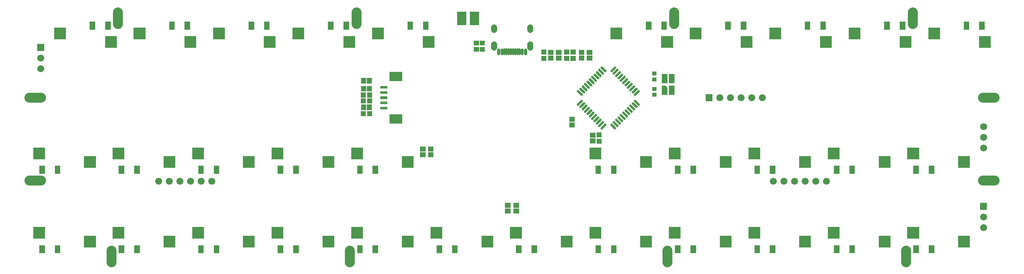
<source format=gbs>
G04 Layer: BottomSolderMaskLayer*
G04 EasyEDA v6.4.25, 2022-01-27T13:57:17+08:00*
G04 c860a57ab6e24c20a85ed983e1d1ab15,3b57db4a37c74da5bb1b5bc11455ab19,10*
G04 Gerber Generator version 0.2*
G04 Scale: 100 percent, Rotated: No, Reflected: No *
G04 Dimensions in inches *
G04 leading zeros omitted , absolute positions ,3 integer and 6 decimal *
%FSLAX36Y36*%
%MOIN*%

%ADD39C,0.0552*%
%ADD40C,0.0946*%
%ADD46C,0.0660*%
%ADD48C,0.0245*%
%ADD49C,0.0316*%
%ADD50C,0.0198*%

%LPD*%
D48*
X620447Y62359D02*
G01*
X653297Y29508D01*
X642717Y84628D02*
G01*
X675567Y51779D01*
X664987Y106898D02*
G01*
X697838Y74048D01*
X687258Y129169D02*
G01*
X720108Y96318D01*
X709528Y151439D02*
G01*
X742377Y118589D01*
X731797Y173708D02*
G01*
X764647Y140859D01*
X754067Y195988D02*
G01*
X786917Y163139D01*
X776337Y218249D02*
G01*
X809187Y185399D01*
X798617Y240529D02*
G01*
X831467Y207678D01*
X820877Y262799D02*
G01*
X853728Y229949D01*
X843157Y285068D02*
G01*
X876008Y252219D01*
X935018Y252219D02*
G01*
X967867Y285068D01*
X957298Y229949D02*
G01*
X990147Y262799D01*
X979557Y207678D02*
G01*
X1012407Y240529D01*
X1001837Y185399D02*
G01*
X1034687Y218249D01*
X1024097Y163139D02*
G01*
X1056947Y195988D01*
X1046377Y140859D02*
G01*
X1079227Y173708D01*
X1068647Y118589D02*
G01*
X1101498Y151439D01*
X1090918Y96318D02*
G01*
X1123768Y129169D01*
X1113188Y74048D02*
G01*
X1146037Y106898D01*
X1135457Y51779D02*
G01*
X1168307Y84628D01*
X1157727Y29508D02*
G01*
X1190577Y62359D01*
X1157727Y-29510D02*
G01*
X1190577Y-62361D01*
X1135457Y-51781D02*
G01*
X1168307Y-84630D01*
X1113188Y-74050D02*
G01*
X1146037Y-106900D01*
X1090918Y-96320D02*
G01*
X1123768Y-129171D01*
X1068647Y-118591D02*
G01*
X1101498Y-151440D01*
X1046377Y-140860D02*
G01*
X1079227Y-173710D01*
X1024097Y-163141D02*
G01*
X1056947Y-195990D01*
X1001837Y-185401D02*
G01*
X1034687Y-218251D01*
X979557Y-207680D02*
G01*
X1012407Y-240531D01*
X957298Y-229940D02*
G01*
X990147Y-262790D01*
X935018Y-252220D02*
G01*
X967867Y-285070D01*
X843157Y-285070D02*
G01*
X876008Y-252220D01*
X820877Y-262790D02*
G01*
X853728Y-229940D01*
X798617Y-240531D02*
G01*
X831467Y-207680D01*
X776337Y-218251D02*
G01*
X809187Y-185401D01*
X754067Y-195990D02*
G01*
X786917Y-163141D01*
X731797Y-173710D02*
G01*
X764647Y-140860D01*
X709528Y-151440D02*
G01*
X742377Y-118591D01*
X687258Y-129171D02*
G01*
X720108Y-96320D01*
X664987Y-106900D02*
G01*
X697838Y-74050D01*
X642717Y-84630D02*
G01*
X675567Y-51781D01*
X620447Y-62361D02*
G01*
X653297Y-29510D01*
D49*
X-125977Y415347D02*
G01*
X-125977Y450779D01*
X-94486Y415347D02*
G01*
X-94486Y450779D01*
D50*
X-68897Y409441D02*
G01*
X-68897Y456685D01*
X-49207Y409441D02*
G01*
X-49207Y456685D01*
X-29526Y409441D02*
G01*
X-29526Y456685D01*
X-9837Y409441D02*
G01*
X-9837Y456685D01*
X9843Y409441D02*
G01*
X9843Y456685D01*
X29533Y409441D02*
G01*
X29533Y456685D01*
X49202Y409441D02*
G01*
X49202Y456685D01*
X68903Y409441D02*
G01*
X68903Y456685D01*
D49*
X94492Y415347D02*
G01*
X94492Y450779D01*
X125982Y415347D02*
G01*
X125982Y450779D01*
D39*
X-170077Y640253D02*
G01*
X-170077Y663874D01*
X170082Y640253D02*
G01*
X170082Y663874D01*
X170082Y471745D02*
G01*
X170082Y503242D01*
X-170077Y471745D02*
G01*
X-170077Y503242D01*
D40*
X-4433069Y3D02*
G01*
X-4543305Y3D01*
X-4433069Y-779526D02*
G01*
X-4543305Y-779526D01*
X4543310Y3D02*
G01*
X4433074Y3D01*
X4543310Y-779526D02*
G01*
X4433074Y-779526D01*
X-3771657Y-1440947D02*
G01*
X-3771657Y-1551183D01*
X-3708657Y803152D02*
G01*
X-3708657Y692916D01*
X-1527557Y-1440947D02*
G01*
X-1527557Y-1551183D01*
X-1464567Y803152D02*
G01*
X-1464567Y692916D01*
X1464562Y-1440947D02*
G01*
X1464562Y-1551183D01*
X1527563Y803152D02*
G01*
X1527563Y692916D01*
X3708662Y-1440947D02*
G01*
X3708662Y-1551183D01*
X3771652Y803152D02*
G01*
X3771652Y692916D01*
G36*
X-1153946Y155484D02*
G01*
X-1153946Y242184D01*
X-1031847Y242184D01*
X-1031847Y155484D01*
G37*
G36*
X-1153946Y-242116D02*
G01*
X-1153946Y-155515D01*
X-1031847Y-155515D01*
X-1031847Y-242116D01*
G37*
G36*
X-1240547Y-110315D02*
G01*
X-1240547Y-86615D01*
X-1173546Y-86615D01*
X-1173546Y-110315D01*
G37*
G36*
X-1240547Y-61015D02*
G01*
X-1240547Y-37415D01*
X-1173546Y-37415D01*
X-1173546Y-61015D01*
G37*
G36*
X-1240547Y-11815D02*
G01*
X-1240547Y11884D01*
X-1173546Y11884D01*
X-1173546Y-11815D01*
G37*
G36*
X-1240547Y37384D02*
G01*
X-1240547Y61084D01*
X-1173546Y61084D01*
X-1173546Y37384D01*
G37*
G36*
X-1240547Y86584D02*
G01*
X-1240547Y110284D01*
X-1173546Y110284D01*
X-1173546Y86584D01*
G37*
G36*
X-1366147Y134384D02*
G01*
X-1366147Y185684D01*
X-1318747Y185684D01*
X-1318747Y134384D01*
G37*
G36*
X-1421247Y134384D02*
G01*
X-1421247Y185684D01*
X-1373847Y185684D01*
X-1373847Y134384D01*
G37*
G36*
X-1366147Y59384D02*
G01*
X-1366147Y110684D01*
X-1318747Y110684D01*
X-1318747Y59384D01*
G37*
G36*
X-1421247Y59384D02*
G01*
X-1421247Y110684D01*
X-1373847Y110684D01*
X-1373847Y59384D01*
G37*
G36*
X-1422147Y-54016D02*
G01*
X-1422147Y-6015D01*
X-1378146Y-6015D01*
X-1378146Y-54016D01*
G37*
G36*
X-1361947Y-54016D02*
G01*
X-1361947Y-6015D01*
X-1317947Y-6015D01*
X-1317947Y-54016D01*
G37*
G36*
X-1361947Y983D02*
G01*
X-1361947Y48984D01*
X-1317947Y48984D01*
X-1317947Y983D01*
G37*
G36*
X-1422147Y983D02*
G01*
X-1422147Y48984D01*
X-1378146Y48984D01*
X-1378146Y983D01*
G37*
G36*
X-1366147Y-115615D02*
G01*
X-1366147Y-64315D01*
X-1318747Y-64315D01*
X-1318747Y-115615D01*
G37*
G36*
X-1421247Y-115615D02*
G01*
X-1421247Y-64315D01*
X-1373847Y-64315D01*
X-1373847Y-115615D01*
G37*
G36*
X-1361947Y-174016D02*
G01*
X-1361947Y-126015D01*
X-1317947Y-126015D01*
X-1317947Y-174016D01*
G37*
G36*
X-1422147Y-174016D02*
G01*
X-1422147Y-126015D01*
X-1378146Y-126015D01*
X-1378146Y-174016D01*
G37*
G36*
X-65646Y-1091215D02*
G01*
X-65646Y-1043915D01*
X-14347Y-1043915D01*
X-14347Y-1091215D01*
G37*
G36*
X-65646Y-1036116D02*
G01*
X-65646Y-988715D01*
X-14347Y-988715D01*
X-14347Y-1036116D01*
G37*
G36*
X14353Y-1091215D02*
G01*
X14353Y-1043915D01*
X65652Y-1043915D01*
X65652Y-1091215D01*
G37*
G36*
X14353Y-1036116D02*
G01*
X14353Y-988715D01*
X65652Y-988715D01*
X65652Y-1036116D01*
G37*
G36*
X-865646Y-561215D02*
G01*
X-865646Y-513915D01*
X-814347Y-513915D01*
X-814347Y-561215D01*
G37*
G36*
X-865646Y-506116D02*
G01*
X-865646Y-458715D01*
X-814347Y-458715D01*
X-814347Y-506116D01*
G37*
G36*
X-790646Y-561215D02*
G01*
X-790646Y-513915D01*
X-739347Y-513915D01*
X-739347Y-561215D01*
G37*
G36*
X-790646Y-506116D02*
G01*
X-790646Y-458715D01*
X-739347Y-458715D01*
X-739347Y-506116D01*
G37*
G36*
X414252Y403883D02*
G01*
X414252Y451183D01*
X465652Y451183D01*
X465652Y403883D01*
G37*
G36*
X414252Y348784D02*
G01*
X414252Y396084D01*
X465652Y396084D01*
X465652Y348784D01*
G37*
G36*
X-359047Y493083D02*
G01*
X-359047Y537083D01*
X-311046Y537083D01*
X-311046Y493083D01*
G37*
G36*
X-359047Y432883D02*
G01*
X-359047Y476884D01*
X-311046Y476884D01*
X-311046Y432883D01*
G37*
G36*
X275952Y408083D02*
G01*
X275952Y452083D01*
X323953Y452083D01*
X323953Y408083D01*
G37*
G36*
X275952Y347883D02*
G01*
X275952Y391884D01*
X323953Y391884D01*
X323953Y347883D01*
G37*
G36*
X-304047Y432883D02*
G01*
X-304047Y476884D01*
X-256046Y476884D01*
X-256046Y432883D01*
G37*
G36*
X-304047Y493083D02*
G01*
X-304047Y537083D01*
X-256046Y537083D01*
X-256046Y493083D01*
G37*
G36*
X1320252Y209783D02*
G01*
X1320252Y245284D01*
X1359753Y245284D01*
X1359753Y209783D01*
G37*
G36*
X1320252Y154684D02*
G01*
X1320252Y190183D01*
X1359753Y190183D01*
X1359753Y154684D01*
G37*
G36*
X1320252Y9684D02*
G01*
X1320252Y45183D01*
X1359753Y45183D01*
X1359753Y9684D01*
G37*
G36*
X1320252Y64783D02*
G01*
X1320252Y100284D01*
X1359753Y100284D01*
X1359753Y64783D01*
G37*
G36*
X1408953Y136784D02*
G01*
X1408953Y223483D01*
X1464152Y223483D01*
X1464152Y136784D01*
G37*
G36*
X1475852Y136784D02*
G01*
X1475852Y223483D01*
X1531053Y223483D01*
X1531053Y136784D01*
G37*
G36*
X1475852Y26484D02*
G01*
X1475852Y113283D01*
X1531053Y113283D01*
X1531053Y26484D01*
G37*
G36*
X1408953Y26484D02*
G01*
X1408953Y113283D01*
X1446053Y113283D01*
X1464152Y95183D01*
X1464152Y26484D01*
G37*
G36*
X550952Y408083D02*
G01*
X550952Y452083D01*
X598953Y452083D01*
X598953Y408083D01*
G37*
G36*
X550952Y347883D02*
G01*
X550952Y391884D01*
X598953Y391884D01*
X598953Y347883D01*
G37*
G36*
X490952Y408083D02*
G01*
X490952Y452083D01*
X538953Y452083D01*
X538953Y408083D01*
G37*
G36*
X490952Y347883D02*
G01*
X490952Y391884D01*
X538953Y391884D01*
X538953Y347883D01*
G37*
G36*
X339353Y403883D02*
G01*
X339353Y451284D01*
X390652Y451284D01*
X390652Y403883D01*
G37*
G36*
X339353Y348784D02*
G01*
X339353Y396084D01*
X390652Y396084D01*
X390652Y348784D01*
G37*
G36*
X629353Y403883D02*
G01*
X629353Y451284D01*
X680652Y451284D01*
X680652Y403883D01*
G37*
G36*
X629353Y348784D02*
G01*
X629353Y396084D01*
X680652Y396084D01*
X680652Y348784D01*
G37*
G36*
X539353Y-281215D02*
G01*
X539353Y-233915D01*
X590652Y-233915D01*
X590652Y-281215D01*
G37*
G36*
X539353Y-226116D02*
G01*
X539353Y-178715D01*
X590652Y-178715D01*
X590652Y-226116D01*
G37*
G36*
X795952Y-371916D02*
G01*
X795952Y-327916D01*
X843953Y-327916D01*
X843953Y-371916D01*
G37*
G36*
X795952Y-432116D02*
G01*
X795952Y-388116D01*
X843953Y-388116D01*
X843953Y-432116D01*
G37*
G36*
X734353Y-431215D02*
G01*
X734353Y-383915D01*
X785652Y-383915D01*
X785652Y-431215D01*
G37*
G36*
X734353Y-376116D02*
G01*
X734353Y-328715D01*
X785652Y-328715D01*
X785652Y-376116D01*
G37*
G36*
X704353Y403883D02*
G01*
X704353Y451284D01*
X755652Y451284D01*
X755652Y403883D01*
G37*
G36*
X704353Y348784D02*
G01*
X704353Y396084D01*
X755652Y396084D01*
X755652Y348784D01*
G37*
G36*
X-3831747Y468483D02*
G01*
X-3831747Y578784D01*
X-3721347Y578784D01*
X-3721347Y468483D01*
G37*
G36*
X-4310147Y551084D02*
G01*
X-4310147Y661484D01*
X-4199747Y661484D01*
X-4199747Y551084D01*
G37*
G36*
X-3976147Y641484D02*
G01*
X-3976147Y716484D01*
X-3924147Y716484D01*
X-3924147Y641484D01*
G37*
G36*
X-3830147Y641484D02*
G01*
X-3830147Y716484D01*
X-3778146Y716484D01*
X-3778146Y641484D01*
G37*
G36*
X-3083747Y468483D02*
G01*
X-3083747Y578784D01*
X-2973347Y578784D01*
X-2973347Y468483D01*
G37*
G36*
X-3562047Y551084D02*
G01*
X-3562047Y661484D01*
X-3451747Y661484D01*
X-3451747Y551084D01*
G37*
G36*
X-3228146Y641484D02*
G01*
X-3228146Y716484D01*
X-3176147Y716484D01*
X-3176147Y641484D01*
G37*
G36*
X-3082147Y641484D02*
G01*
X-3082147Y716484D01*
X-3030147Y716484D01*
X-3030147Y641484D01*
G37*
G36*
X-2335646Y468483D02*
G01*
X-2335646Y578784D01*
X-2225347Y578784D01*
X-2225347Y468483D01*
G37*
G36*
X-2814047Y551084D02*
G01*
X-2814047Y661484D01*
X-2703647Y661484D01*
X-2703647Y551084D01*
G37*
G36*
X-2480147Y641484D02*
G01*
X-2480147Y716484D01*
X-2428146Y716484D01*
X-2428146Y641484D01*
G37*
G36*
X-2334147Y641484D02*
G01*
X-2334147Y716484D01*
X-2282147Y716484D01*
X-2282147Y641484D01*
G37*
G36*
X-1587647Y468483D02*
G01*
X-1587647Y578784D01*
X-1477346Y578784D01*
X-1477346Y468483D01*
G37*
G36*
X-2066046Y551084D02*
G01*
X-2066046Y661484D01*
X-1955646Y661484D01*
X-1955646Y551084D01*
G37*
G36*
X-1732047Y641484D02*
G01*
X-1732047Y716484D01*
X-1680047Y716484D01*
X-1680047Y641484D01*
G37*
G36*
X-1586046Y641484D02*
G01*
X-1586046Y716484D01*
X-1534047Y716484D01*
X-1534047Y641484D01*
G37*
G36*
X-839647Y468483D02*
G01*
X-839647Y578784D01*
X-729247Y578784D01*
X-729247Y468483D01*
G37*
G36*
X-1317947Y551084D02*
G01*
X-1317947Y661484D01*
X-1207647Y661484D01*
X-1207647Y551084D01*
G37*
G36*
X-984047Y641484D02*
G01*
X-984047Y716484D01*
X-932047Y716484D01*
X-932047Y641484D01*
G37*
G36*
X-838047Y641484D02*
G01*
X-838047Y716484D01*
X-786046Y716484D01*
X-786046Y641484D01*
G37*
G36*
X1404452Y468483D02*
G01*
X1404452Y578784D01*
X1514852Y578784D01*
X1514852Y468483D01*
G37*
G36*
X926152Y551084D02*
G01*
X926152Y661484D01*
X1036453Y661484D01*
X1036453Y551084D01*
G37*
G36*
X1260052Y641484D02*
G01*
X1260052Y716484D01*
X1312052Y716484D01*
X1312052Y641484D01*
G37*
G36*
X1406053Y641484D02*
G01*
X1406053Y716484D01*
X1458053Y716484D01*
X1458053Y641484D01*
G37*
G36*
X2152452Y468483D02*
G01*
X2152452Y578784D01*
X2262852Y578784D01*
X2262852Y468483D01*
G37*
G36*
X1674152Y551084D02*
G01*
X1674152Y661484D01*
X1784552Y661484D01*
X1784552Y551084D01*
G37*
G36*
X2008053Y641484D02*
G01*
X2008053Y716484D01*
X2060052Y716484D01*
X2060052Y641484D01*
G37*
G36*
X2154052Y641484D02*
G01*
X2154052Y716484D01*
X2206053Y716484D01*
X2206053Y641484D01*
G37*
G36*
X2900553Y468483D02*
G01*
X2900553Y578784D01*
X3010852Y578784D01*
X3010852Y468483D01*
G37*
G36*
X2422152Y551084D02*
G01*
X2422152Y661484D01*
X2532552Y661484D01*
X2532552Y551084D01*
G37*
G36*
X2756152Y641484D02*
G01*
X2756152Y716484D01*
X2808152Y716484D01*
X2808152Y641484D01*
G37*
G36*
X2902152Y641484D02*
G01*
X2902152Y716484D01*
X2954152Y716484D01*
X2954152Y641484D01*
G37*
G36*
X3648553Y468483D02*
G01*
X3648553Y578784D01*
X3758953Y578784D01*
X3758953Y468483D01*
G37*
G36*
X3170252Y551084D02*
G01*
X3170252Y661484D01*
X3280553Y661484D01*
X3280553Y551084D01*
G37*
G36*
X3504152Y641484D02*
G01*
X3504152Y716484D01*
X3556152Y716484D01*
X3556152Y641484D01*
G37*
G36*
X3650153Y641484D02*
G01*
X3650153Y716484D01*
X3702152Y716484D01*
X3702152Y641484D01*
G37*
G36*
X4396552Y468483D02*
G01*
X4396552Y578784D01*
X4506952Y578784D01*
X4506952Y468483D01*
G37*
G36*
X3918252Y551084D02*
G01*
X3918252Y661484D01*
X4028652Y661484D01*
X4028652Y551084D01*
G37*
G36*
X4252152Y641484D02*
G01*
X4252152Y716484D01*
X4304152Y716484D01*
X4304152Y641484D01*
G37*
G36*
X4398152Y641484D02*
G01*
X4398152Y716484D01*
X4450153Y716484D01*
X4450153Y641484D01*
G37*
G36*
X-4506947Y-578816D02*
G01*
X-4506947Y-468415D01*
X-4396547Y-468415D01*
X-4396547Y-578816D01*
G37*
G36*
X-4028647Y-661516D02*
G01*
X-4028647Y-551116D01*
X-3918247Y-551116D01*
X-3918247Y-661516D01*
G37*
G36*
X-4304147Y-716516D02*
G01*
X-4304147Y-641516D01*
X-4252147Y-641516D01*
X-4252147Y-716516D01*
G37*
G36*
X-4450147Y-716516D02*
G01*
X-4450147Y-641516D01*
X-4398146Y-641516D01*
X-4398146Y-716516D01*
G37*
G36*
X-3758946Y-578816D02*
G01*
X-3758946Y-468415D01*
X-3648546Y-468415D01*
X-3648546Y-578816D01*
G37*
G36*
X-3280547Y-661516D02*
G01*
X-3280547Y-551116D01*
X-3170246Y-551116D01*
X-3170246Y-661516D01*
G37*
G36*
X-3556147Y-716516D02*
G01*
X-3556147Y-641516D01*
X-3504147Y-641516D01*
X-3504147Y-716516D01*
G37*
G36*
X-3702147Y-716516D02*
G01*
X-3702147Y-641516D01*
X-3650147Y-641516D01*
X-3650147Y-716516D01*
G37*
G36*
X-3010847Y-578816D02*
G01*
X-3010847Y-468415D01*
X-2900547Y-468415D01*
X-2900547Y-578816D01*
G37*
G36*
X-2532547Y-661516D02*
G01*
X-2532547Y-551116D01*
X-2422147Y-551116D01*
X-2422147Y-661516D01*
G37*
G36*
X-2808146Y-716516D02*
G01*
X-2808146Y-641516D01*
X-2756147Y-641516D01*
X-2756147Y-716516D01*
G37*
G36*
X-2954147Y-716516D02*
G01*
X-2954147Y-641516D01*
X-2902147Y-641516D01*
X-2902147Y-716516D01*
G37*
G36*
X-2262847Y-578816D02*
G01*
X-2262847Y-468415D01*
X-2152547Y-468415D01*
X-2152547Y-578816D01*
G37*
G36*
X-1784547Y-661516D02*
G01*
X-1784547Y-551116D01*
X-1674147Y-551116D01*
X-1674147Y-661516D01*
G37*
G36*
X-2060047Y-716516D02*
G01*
X-2060047Y-641516D01*
X-2008047Y-641516D01*
X-2008047Y-716516D01*
G37*
G36*
X-2206046Y-716516D02*
G01*
X-2206046Y-641516D01*
X-2154047Y-641516D01*
X-2154047Y-716516D01*
G37*
G36*
X-1514846Y-578816D02*
G01*
X-1514846Y-468415D01*
X-1404447Y-468415D01*
X-1404447Y-578816D01*
G37*
G36*
X-1036446Y-661516D02*
G01*
X-1036446Y-551116D01*
X-926147Y-551116D01*
X-926147Y-661516D01*
G37*
G36*
X-1312047Y-716516D02*
G01*
X-1312047Y-641516D01*
X-1260047Y-641516D01*
X-1260047Y-716516D01*
G37*
G36*
X-1458047Y-716516D02*
G01*
X-1458047Y-641516D01*
X-1406046Y-641516D01*
X-1406046Y-716516D01*
G37*
G36*
X729252Y-578816D02*
G01*
X729252Y-468415D01*
X839652Y-468415D01*
X839652Y-578816D01*
G37*
G36*
X1207653Y-661516D02*
G01*
X1207653Y-551116D01*
X1317952Y-551116D01*
X1317952Y-661516D01*
G37*
G36*
X932052Y-716516D02*
G01*
X932052Y-641516D01*
X984052Y-641516D01*
X984052Y-716516D01*
G37*
G36*
X786053Y-716516D02*
G01*
X786053Y-641516D01*
X838052Y-641516D01*
X838052Y-716516D01*
G37*
G36*
X1477253Y-578816D02*
G01*
X1477253Y-468415D01*
X1587653Y-468415D01*
X1587653Y-578816D01*
G37*
G36*
X1955652Y-661516D02*
G01*
X1955652Y-551116D01*
X2066053Y-551116D01*
X2066053Y-661516D01*
G37*
G36*
X1680052Y-716516D02*
G01*
X1680052Y-641516D01*
X1732052Y-641516D01*
X1732052Y-716516D01*
G37*
G36*
X1534052Y-716516D02*
G01*
X1534052Y-641516D01*
X1586053Y-641516D01*
X1586053Y-716516D01*
G37*
G36*
X2225352Y-578816D02*
G01*
X2225352Y-468415D01*
X2335652Y-468415D01*
X2335652Y-578816D01*
G37*
G36*
X2703652Y-661516D02*
G01*
X2703652Y-551116D01*
X2814052Y-551116D01*
X2814052Y-661516D01*
G37*
G36*
X2428152Y-716516D02*
G01*
X2428152Y-641516D01*
X2480153Y-641516D01*
X2480153Y-716516D01*
G37*
G36*
X2282152Y-716516D02*
G01*
X2282152Y-641516D01*
X2334152Y-641516D01*
X2334152Y-716516D01*
G37*
G36*
X2973352Y-578816D02*
G01*
X2973352Y-468415D01*
X3083752Y-468415D01*
X3083752Y-578816D01*
G37*
G36*
X3451752Y-661516D02*
G01*
X3451752Y-551116D01*
X3562052Y-551116D01*
X3562052Y-661516D01*
G37*
G36*
X3176152Y-716516D02*
G01*
X3176152Y-641516D01*
X3228152Y-641516D01*
X3228152Y-716516D01*
G37*
G36*
X3030153Y-716516D02*
G01*
X3030153Y-641516D01*
X3082152Y-641516D01*
X3082152Y-716516D01*
G37*
G36*
X3721352Y-578816D02*
G01*
X3721352Y-468415D01*
X3831752Y-468415D01*
X3831752Y-578816D01*
G37*
G36*
X4199753Y-661516D02*
G01*
X4199753Y-551116D01*
X4310052Y-551116D01*
X4310052Y-661516D01*
G37*
G36*
X3924152Y-716516D02*
G01*
X3924152Y-641516D01*
X3976152Y-641516D01*
X3976152Y-716516D01*
G37*
G36*
X3778152Y-716516D02*
G01*
X3778152Y-641516D01*
X3830153Y-641516D01*
X3830153Y-716516D01*
G37*
G36*
X-4506947Y-1326815D02*
G01*
X-4506947Y-1216516D01*
X-4396547Y-1216516D01*
X-4396547Y-1326815D01*
G37*
G36*
X-4028647Y-1409515D02*
G01*
X-4028647Y-1299115D01*
X-3918247Y-1299115D01*
X-3918247Y-1409515D01*
G37*
G36*
X-4304147Y-1464515D02*
G01*
X-4304147Y-1389515D01*
X-4252147Y-1389515D01*
X-4252147Y-1464515D01*
G37*
G36*
X-4450147Y-1464515D02*
G01*
X-4450147Y-1389515D01*
X-4398146Y-1389515D01*
X-4398146Y-1464515D01*
G37*
G36*
X-3758946Y-1326815D02*
G01*
X-3758946Y-1216516D01*
X-3648546Y-1216516D01*
X-3648546Y-1326815D01*
G37*
G36*
X-3280547Y-1409515D02*
G01*
X-3280547Y-1299115D01*
X-3170246Y-1299115D01*
X-3170246Y-1409515D01*
G37*
G36*
X-3556147Y-1464515D02*
G01*
X-3556147Y-1389515D01*
X-3504147Y-1389515D01*
X-3504147Y-1464515D01*
G37*
G36*
X-3702147Y-1464515D02*
G01*
X-3702147Y-1389515D01*
X-3650147Y-1389515D01*
X-3650147Y-1464515D01*
G37*
G36*
X-3010847Y-1326815D02*
G01*
X-3010847Y-1216516D01*
X-2900547Y-1216516D01*
X-2900547Y-1326815D01*
G37*
G36*
X-2532547Y-1409515D02*
G01*
X-2532547Y-1299115D01*
X-2422147Y-1299115D01*
X-2422147Y-1409515D01*
G37*
G36*
X-2808146Y-1464515D02*
G01*
X-2808146Y-1389515D01*
X-2756147Y-1389515D01*
X-2756147Y-1464515D01*
G37*
G36*
X-2954147Y-1464515D02*
G01*
X-2954147Y-1389515D01*
X-2902147Y-1389515D01*
X-2902147Y-1464515D01*
G37*
G36*
X-2262847Y-1326815D02*
G01*
X-2262847Y-1216516D01*
X-2152547Y-1216516D01*
X-2152547Y-1326815D01*
G37*
G36*
X-1784547Y-1409515D02*
G01*
X-1784547Y-1299115D01*
X-1674147Y-1299115D01*
X-1674147Y-1409515D01*
G37*
G36*
X-2060047Y-1464515D02*
G01*
X-2060047Y-1389515D01*
X-2008047Y-1389515D01*
X-2008047Y-1464515D01*
G37*
G36*
X-2206046Y-1464515D02*
G01*
X-2206046Y-1389515D01*
X-2154047Y-1389515D01*
X-2154047Y-1464515D01*
G37*
G36*
X-1514846Y-1326815D02*
G01*
X-1514846Y-1216516D01*
X-1404447Y-1216516D01*
X-1404447Y-1326815D01*
G37*
G36*
X-1036446Y-1409515D02*
G01*
X-1036446Y-1299115D01*
X-926147Y-1299115D01*
X-926147Y-1409515D01*
G37*
G36*
X-1312047Y-1464515D02*
G01*
X-1312047Y-1389515D01*
X-1260047Y-1389515D01*
X-1260047Y-1464515D01*
G37*
G36*
X-1458047Y-1464515D02*
G01*
X-1458047Y-1389515D01*
X-1406046Y-1389515D01*
X-1406046Y-1464515D01*
G37*
G36*
X-766747Y-1326815D02*
G01*
X-766747Y-1216516D01*
X-656446Y-1216516D01*
X-656446Y-1326815D01*
G37*
G36*
X-288447Y-1409515D02*
G01*
X-288447Y-1299115D01*
X-178047Y-1299115D01*
X-178047Y-1409515D01*
G37*
G36*
X-564047Y-1464515D02*
G01*
X-564047Y-1389515D01*
X-512047Y-1389515D01*
X-512047Y-1464515D01*
G37*
G36*
X-710047Y-1464515D02*
G01*
X-710047Y-1389515D01*
X-658047Y-1389515D01*
X-658047Y-1464515D01*
G37*
G36*
X-18747Y-1326815D02*
G01*
X-18747Y-1216516D01*
X91552Y-1216516D01*
X91552Y-1326815D01*
G37*
G36*
X459552Y-1409515D02*
G01*
X459552Y-1299115D01*
X569952Y-1299115D01*
X569952Y-1409515D01*
G37*
G36*
X184052Y-1464515D02*
G01*
X184052Y-1389515D01*
X236053Y-1389515D01*
X236053Y-1464515D01*
G37*
G36*
X38052Y-1464515D02*
G01*
X38052Y-1389515D01*
X90052Y-1389515D01*
X90052Y-1464515D01*
G37*
G36*
X729252Y-1326815D02*
G01*
X729252Y-1216516D01*
X839652Y-1216516D01*
X839652Y-1326815D01*
G37*
G36*
X1207653Y-1409515D02*
G01*
X1207653Y-1299115D01*
X1317952Y-1299115D01*
X1317952Y-1409515D01*
G37*
G36*
X932052Y-1464515D02*
G01*
X932052Y-1389515D01*
X984052Y-1389515D01*
X984052Y-1464515D01*
G37*
G36*
X786053Y-1464515D02*
G01*
X786053Y-1389515D01*
X838052Y-1389515D01*
X838052Y-1464515D01*
G37*
G36*
X1477253Y-1326815D02*
G01*
X1477253Y-1216516D01*
X1587653Y-1216516D01*
X1587653Y-1326815D01*
G37*
G36*
X1955652Y-1409515D02*
G01*
X1955652Y-1299115D01*
X2066053Y-1299115D01*
X2066053Y-1409515D01*
G37*
G36*
X1680052Y-1464515D02*
G01*
X1680052Y-1389515D01*
X1732052Y-1389515D01*
X1732052Y-1464515D01*
G37*
G36*
X1534052Y-1464515D02*
G01*
X1534052Y-1389515D01*
X1586053Y-1389515D01*
X1586053Y-1464515D01*
G37*
G36*
X2225352Y-1326815D02*
G01*
X2225352Y-1216516D01*
X2335652Y-1216516D01*
X2335652Y-1326815D01*
G37*
G36*
X2703652Y-1409515D02*
G01*
X2703652Y-1299115D01*
X2814052Y-1299115D01*
X2814052Y-1409515D01*
G37*
G36*
X2428152Y-1464515D02*
G01*
X2428152Y-1389515D01*
X2480153Y-1389515D01*
X2480153Y-1464515D01*
G37*
G36*
X2282152Y-1464515D02*
G01*
X2282152Y-1389515D01*
X2334152Y-1389515D01*
X2334152Y-1464515D01*
G37*
G36*
X2973352Y-1326815D02*
G01*
X2973352Y-1216516D01*
X3083752Y-1216516D01*
X3083752Y-1326815D01*
G37*
G36*
X3451752Y-1409515D02*
G01*
X3451752Y-1299115D01*
X3562052Y-1299115D01*
X3562052Y-1409515D01*
G37*
G36*
X3176152Y-1464515D02*
G01*
X3176152Y-1389515D01*
X3228152Y-1389515D01*
X3228152Y-1464515D01*
G37*
G36*
X3030153Y-1464515D02*
G01*
X3030153Y-1389515D01*
X3082152Y-1389515D01*
X3082152Y-1464515D01*
G37*
G36*
X3721352Y-1326815D02*
G01*
X3721352Y-1216516D01*
X3831752Y-1216516D01*
X3831752Y-1326815D01*
G37*
G36*
X4199753Y-1409515D02*
G01*
X4199753Y-1299115D01*
X4310052Y-1299115D01*
X4310052Y-1409515D01*
G37*
G36*
X3924152Y-1464515D02*
G01*
X3924152Y-1389515D01*
X3976152Y-1389515D01*
X3976152Y-1464515D01*
G37*
G36*
X3778152Y-1464515D02*
G01*
X3778152Y-1389515D01*
X3830153Y-1389515D01*
X3830153Y-1464515D01*
G37*
G36*
X-397746Y684983D02*
G01*
X-397746Y811084D01*
X-310947Y811084D01*
X-310947Y684983D01*
G37*
G36*
X-515847Y684983D02*
G01*
X-515847Y811084D01*
X-429047Y811084D01*
X-429047Y684983D01*
G37*
D46*
G01*
X4438193Y-274016D03*
G01*
X4438193Y-374016D03*
G01*
X4438193Y-474016D03*
G01*
X-3225397Y-787406D03*
G01*
X-3325397Y-787406D03*
G01*
X-3125397Y-787406D03*
G01*
X-3025397Y-787406D03*
G01*
X-2925397Y-787406D03*
G01*
X2758863Y-787406D03*
G01*
X2658863Y-787406D03*
G01*
X2558863Y-787406D03*
G01*
X2458863Y-787406D03*
G01*
X2858863Y-787406D03*
G01*
X2958863Y-787406D03*
G01*
X4438193Y-1122046D03*
G01*
X4438193Y-1222046D03*
G36*
X4405153Y-1055016D02*
G01*
X4405153Y-989016D01*
X4471152Y-989016D01*
X4471152Y-1055016D01*
G37*
G36*
X1821952Y-33015D02*
G01*
X1821952Y32984D01*
X1887952Y32984D01*
X1887952Y-33015D01*
G37*
G01*
X1955002Y3D03*
G01*
X2055002Y3D03*
G01*
X2155002Y3D03*
G01*
X2255002Y3D03*
G01*
X2355002Y3D03*
G01*
X-2825397Y-787406D03*
G01*
X-4438187Y374014D03*
G01*
X-4438187Y274014D03*
G36*
X-4471147Y440983D02*
G01*
X-4471147Y506984D01*
X-4405147Y506984D01*
X-4405147Y440983D01*
G37*
M02*

</source>
